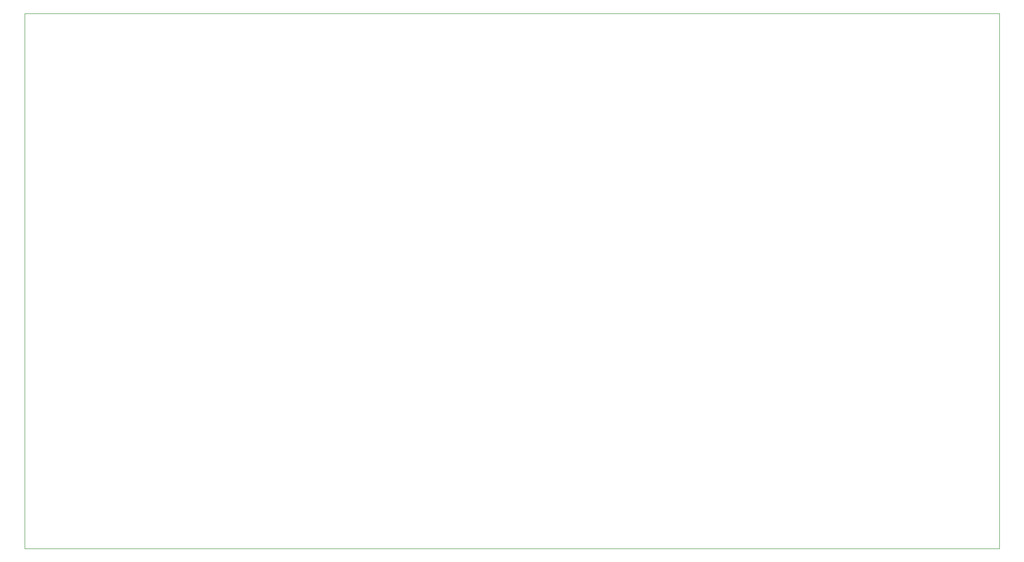
<source format=gbr>
%TF.GenerationSoftware,KiCad,Pcbnew,(6.0.7-1)-1*%
%TF.CreationDate,2023-11-06T04:03:55+10:00*%
%TF.ProjectId,Caution Panel,43617574-696f-46e2-9050-616e656c2e6b,rev?*%
%TF.SameCoordinates,Original*%
%TF.FileFunction,Profile,NP*%
%FSLAX46Y46*%
G04 Gerber Fmt 4.6, Leading zero omitted, Abs format (unit mm)*
G04 Created by KiCad (PCBNEW (6.0.7-1)-1) date 2023-11-06 04:03:55*
%MOMM*%
%LPD*%
G01*
G04 APERTURE LIST*
%TA.AperFunction,Profile*%
%ADD10C,0.100000*%
%TD*%
G04 APERTURE END LIST*
D10*
X72500000Y-40000000D02*
X250000000Y-40000000D01*
X250000000Y-40000000D02*
X250000000Y-137500000D01*
X250000000Y-137500000D02*
X72500000Y-137500000D01*
X72500000Y-137500000D02*
X72500000Y-40000000D01*
M02*

</source>
